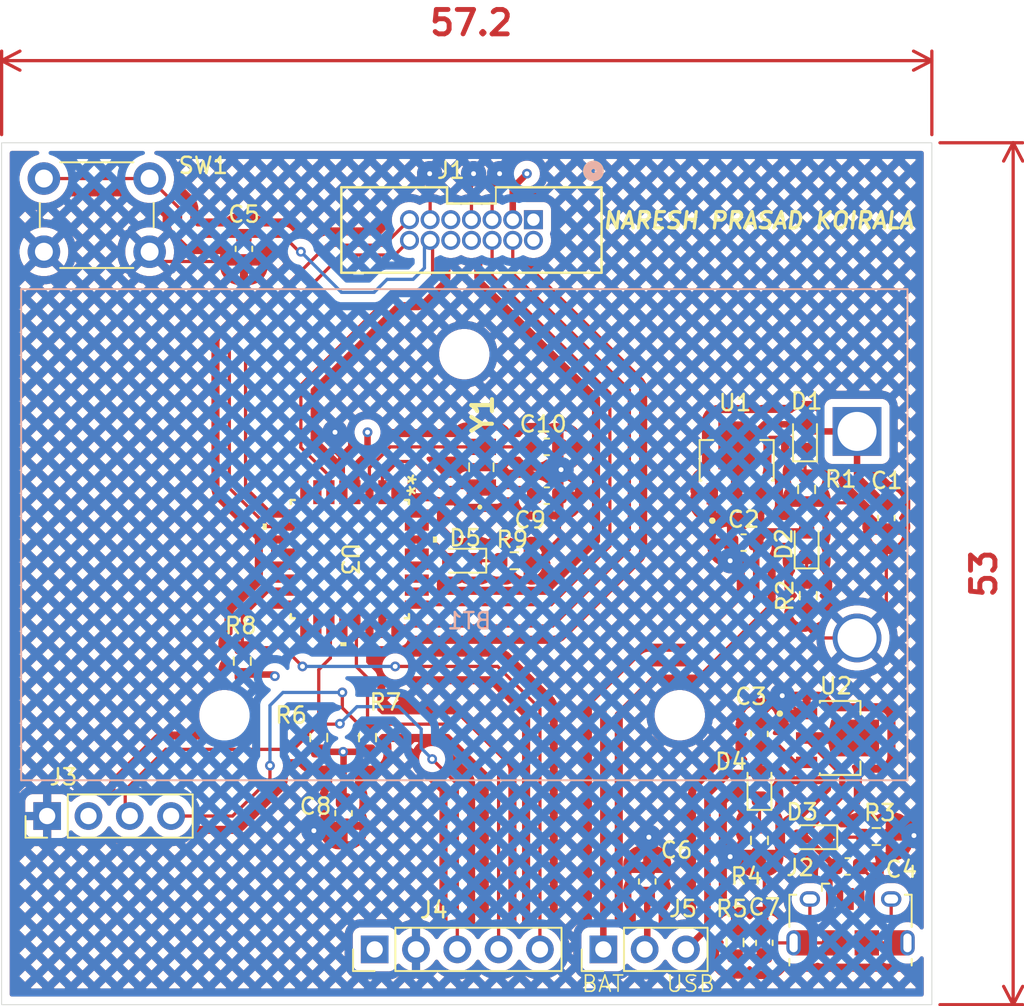
<source format=kicad_pcb>
(kicad_pcb (version 20241229) (generator "pcbnew") (generator_version "9.0")
  (layers (0 "F.Cu" signal) (4 "In1.Cu" signal) (6 "In2.Cu" signal) (2 "B.Cu" signal) (13 "F.Paste" user) (15 "B.Paste" user) (5 "F.SilkS" user "F.Silkscreen") (7 "B.SilkS" user "B.Silkscreen") (1 "F.Mask" user) (3 "B.Mask" user) (25 "Edge.Cuts" user))
  (net 0 "")
  (net 1 "GND")
  (net 2 "/T_RST")
  (net 3 "/RCC_OSC32_OUT")
  (net 4 "/RCC_OSC32_IN")
  (net 5 "+3.3V")
  (net 6 "/LED")
  (net 7 "Net-(D3-K)")
  (net 8 "/SDA")
  (net 9 "/SCL")
  (net 10 "/INT")
  (net 11 "/T_VCP_RX")
  (net 12 "/T_JTMS")
  (net 13 "/T_VCP_TX")
  (net 14 "/T_JTCK")
  (net 15 "+9V")
  (net 16 "+5V")
  (net 17 "/Usb")
  (net 18 "/Battery")
  (net 19 "Net-(D4-K)")
  (net 20 "Net-(D5-K)")
  (net 21 "Net-(J2-Shield)")
  (net 22 "Net-(D1-K)")
  (net 23 "Net-(D2-K)")
  (footprint "MasterLocal:IC_HT7333" (layer "F.Cu") (at 143 69.7 -90)
    (property "Reference" "U2" (at -3.2 0.1 180) (layer "F.SilkS"))
    (property "Value" "HT7333")
    (pad "1" smd rect (at -1.5 1.9 270) (size 0.7 1.3) (layers "F.Cu" "F.Mask" "F.Paste") (net 1 "GND"))
    (pad "2" smd custom (at 0 1.9 270) (size 0.1 0.1) (layers "F.Cu") (net 16 "+5V") (options (clearance outline) (anchor rect)) (primitives (gr_poly (pts (xy -1.125 -4.45) (xy 1.125 -4.45) (xy 1.125 -1.525) (xy 0.35 -1.34) (xy 0.35 0.65) (xy -0.35 0.65) (xy -0.35 -1.34) (xy -1.125 -1.525)) (width 0.01) (fill yes))))
    (pad "3" smd rect (at 1.5 1.9 270) (size 0.7 1.3) (layers "F.Cu" "F.Mask" "F.Paste") (net 17 "/Usb"))
  )
  (footprint "MasterLocal:FC135327680KAE3" (layer "F.Cu") (at 121.1 53.05 90)
    (property "Reference" "Y1" (at 3.275 0.075 90) (layer "F.SilkS") (effects (font (size 1.27 1.27) (thickness 0.254))))
    (property "Value" "Q13FC13500004" (hide yes))
    (pad "1" smd rect (at -1.25 0 90) (size 1 1.8) (layers "F.Cu" "F.Mask" "F.Paste") (net 4 "/RCC_OSC32_IN"))
    (pad "2" smd rect (at 1.25 0 90) (size 1 1.8) (layers "F.Cu" "F.Mask" "F.Paste") (net 3 "/RCC_OSC32_OUT"))
  )
  (footprint "MasterLocal:R_0603_1608Metric" (layer "F.Cu") (at 106.4 64.975 -90)
    (property "Reference" "R8" (at -2.175 0.1 180) (layer "F.SilkS"))
    (property "Value" "4.7k")
    (pad "1" smd roundrect (at -0.825 0 270) (size 0.8 0.95) (layers "F.Cu" "F.Mask" "F.Paste") (net 10 "/INT"))
    (pad "2" smd roundrect (at 0.825 0 270) (size 0.8 0.95) (layers "F.Cu" "F.Mask" "F.Paste") (net 5 "+3.3V"))
  )
  (footprint "Button_Switch_THT:SW_PUSH_6mm_H4.3mm" (layer "F.Cu") (at 94.2 35.3)
    (property "Reference" "SW1" (at 9.8 -0.8 0) (layer "F.SilkS"))
    (property "Value" "SW_Push")
    (pad "1" thru_hole circle (at 0 0 90) (size 2 2) (drill 1.1) (layers "*.Cu" "*.Mask") (net 2 "/T_RST"))
    (pad "1" thru_hole circle (at 6.5 0 90) (size 2 2) (drill 1.1) (layers "*.Cu" "*.Mask") (net 2 "/T_RST"))
    (pad "2" thru_hole circle (at 0 4.5 90) (size 2 2) (drill 1.1) (layers "*.Cu" "*.Mask") (net 1 "GND"))
    (pad "2" thru_hole circle (at 6.5 4.5 90) (size 2 2) (drill 1.1) (layers "*.Cu" "*.Mask") (net 1 "GND"))
  )
  (footprint "MasterLocal:C_0603_1608Metric" (layer "F.Cu") (at 106.5 39.625 -90)
    (property "Reference" "C5" (at -2.125 0 180) (layer "F.SilkS"))
    (property "Value" "10uf")
    (pad "1" smd roundrect (at -0.775 0 270) (size 0.9 0.95) (layers "F.Cu" "F.Mask" "F.Paste") (net 2 "/T_RST"))
    (pad "2" smd roundrect (at 0.775 0 270) (size 0.9 0.95) (layers "F.Cu" "F.Mask" "F.Paste") (net 1 "GND"))
  )
  (footprint "MasterLocal:LED_0603_1608Metric" (layer "F.Cu") (at 141 51.2 90)
    (property "Reference" "D1" (at 2.2125 0.1 180) (layer "F.SilkS"))
    (property "Value" "Blue")
    (pad "1" smd roundrect (at -0.7875 0 90) (size 0.875 0.95) (layers "F.Cu" "F.Mask" "F.Paste") (net 22 "Net-(D1-K)"))
    (pad "2" smd roundrect (at 0.7875 0 90) (size 0.875 0.95) (layers "F.Cu" "F.Mask" "F.Paste") (net 15 "+9V"))
  )
  (footprint "MasterLocal:C_0603_1608Metric" (layer "F.Cu") (at 131.3 78.525 -90)
    (property "Reference" "C6" (at -1.925 -1.8 180) (layer "F.SilkS"))
    (property "Value" "10uf")
    (pad "1" smd roundrect (at -0.775 0 270) (size 0.9 0.95) (layers "F.Cu" "F.Mask" "F.Paste") (net 1 "GND"))
    (pad "2" smd roundrect (at 0.775 0 270) (size 0.9 0.95) (layers "F.Cu" "F.Mask" "F.Paste") (net 5 "+3.3V"))
  )
  (footprint "Connector_PinHeader_2.54mm:PinHeader_1x05_P2.54mm_Vertical" (layer "F.Cu") (at 114.54 82.7 90)
    (property "Reference" "J4" (at 2.425 3.635 180) (layer "F.SilkS"))
    (property "Value" "SENSOR")
    (pad "1" thru_hole rect (at 0 0 90) (size 1.7 1.7) (drill 1) (layers "*.Cu" "*.Mask") (net 5 "+3.3V"))
    (pad "2" thru_hole oval (at 0 2.54 90) (size 1.7 1.7) (drill 1) (layers "*.Cu" "*.Mask") (net 1 "GND"))
    (pad "3" thru_hole oval (at 0 5.08 90) (size 1.7 1.7) (drill 1) (layers "*.Cu" "*.Mask") (net 9 "/SCL"))
    (pad "4" thru_hole oval (at 0 7.62 90) (size 1.7 1.7) (drill 1) (layers "*.Cu" "*.Mask") (net 8 "/SDA"))
    (pad "5" thru_hole oval (at 0 10.16 90) (size 1.7 1.7) (drill 1) (layers "*.Cu" "*.Mask") (net 10 "/INT"))
  )
  (footprint "MasterLocal:R_0603_1608Metric" (layer "F.Cu") (at 141.1 54.4125 90)
    (property "Reference" "R1" (at 0.625 2.1 180) (layer "F.SilkS"))
    (property "Value" "560")
    (pad "1" smd roundrect (at -0.825 0 90) (size 0.8 0.95) (layers "F.Cu" "F.Mask" "F.Paste") (net 1 "GND"))
    (pad "2" smd roundrect (at 0.825 0 90) (size 0.8 0.95) (layers "F.Cu" "F.Mask" "F.Paste") (net 22 "Net-(D1-K)"))
  )
  (footprint "MasterLocal:C_0603_1608Metric" (layer "F.Cu") (at 138.2 69.45 90)
    (property "Reference" "C3" (at 2.3 -0.525 180) (layer "F.SilkS"))
    (property "Value" "1uF")
    (pad "1" smd roundrect (at -0.775 0 90) (size 0.9 0.95) (layers "F.Cu" "F.Mask" "F.Paste") (net 17 "/Usb"))
    (pad "2" smd roundrect (at 0.775 0 90) (size 0.9 0.95) (layers "F.Cu" "F.Mask" "F.Paste") (net 1 "GND"))
  )
  (footprint "Connector_PinHeader_2.54mm:PinHeader_1x04_P2.54mm_Vertical" (layer "F.Cu") (at 94.4 74.5 90)
    (property "Reference" "J3" (at 2.4 1 180) (layer "F.SilkS"))
    (property "Value" "OLED")
    (pad "1" thru_hole rect (at 0 0 90) (size 1.7 1.7) (drill 1) (layers "*.Cu" "*.Mask") (net 1 "GND"))
    (pad "2" thru_hole oval (at 0 2.54 90) (size 1.7 1.7) (drill 1) (layers "*.Cu" "*.Mask") (net 5 "+3.3V"))
    (pad "3" thru_hole oval (at 0 5.08 90) (size 1.7 1.7) (drill 1) (layers "*.Cu" "*.Mask") (net 9 "/SCL"))
    (pad "4" thru_hole oval (at 0 7.62 90) (size 1.7 1.7) (drill 1) (layers "*.Cu" "*.Mask") (net 8 "/SDA"))
  )
  (footprint "MasterLocal:R_0603_1608Metric" (layer "F.Cu") (at 123.125 58.8 180)
    (property "Reference" "R9" (at 0.125 1.3 0) (layer "F.SilkS"))
    (property "Value" "180")
    (pad "1" smd roundrect (at -0.825 0 180) (size 0.8 0.95) (layers "F.Cu" "F.Mask" "F.Paste") (net 1 "GND"))
    (pad "2" smd roundrect (at 0.825 0 180) (size 0.8 0.95) (layers "F.Cu" "F.Mask" "F.Paste") (net 20 "Net-(D5-K)"))
  )
  (footprint "MasterLocal:R_0603_1608Metric" (layer "F.Cu") (at 111.1 69.675 -90)
    (property "Reference" "R6" (at -1.375 1.7 180) (layer "F.SilkS"))
    (property "Value" "4.7k")
    (pad "1" smd roundrect (at -0.825 0 270) (size 0.8 0.95) (layers "F.Cu" "F.Mask" "F.Paste") (net 9 "/SCL"))
    (pad "2" smd roundrect (at 0.825 0 270) (size 0.8 0.95) (layers "F.Cu" "F.Mask" "F.Paste") (net 5 "+3.3V"))
  )
  (footprint "MasterLocal:C_0603_1608Metric" (layer "F.Cu") (at 143.625 77.6)
    (property "Reference" "C4" (at 3.3 0.175 0) (layer "F.SilkS"))
    (property "Value" "1uF")
    (pad "1" smd roundrect (at -0.775 0) (size 0.9 0.95) (layers "F.Cu" "F.Mask" "F.Paste") (net 16 "+5V"))
    (pad "2" smd roundrect (at 0.775 0) (size 0.9 0.95) (layers "F.Cu" "F.Mask" "F.Paste") (net 1 "GND"))
  )
  (footprint "MasterLocal:LQFP-32" (layer "F.Cu") (at 113.0148 58.699999 -90)
    (property "Reference" "U3" (at 0 0 270) (layer "F.SilkS"))
    (property "Value" "STM32G031K8Tx")
    (fp_text user "*" (at -4.899999 -3.4852 270) (layer "F.SilkS"))
    (fp_text user "*" (at -4.199999 -4.0852 90) (layer "F.SilkS"))
    (pad "1" smd rect (at -4.1148 -2.799999) (size 0.508 1.4732) (layers "F.Cu" "F.Mask" "F.Paste"))
    (pad "2" smd rect (at -4.1148 -2.000001) (size 0.508 1.4732) (layers "F.Cu" "F.Mask" "F.Paste") (net 4 "/RCC_OSC32_IN"))
    (pad "3" smd rect (at -4.1148 -1.2) (size 0.508 1.4732) (layers "F.Cu" "F.Mask" "F.Paste") (net 3 "/RCC_OSC32_OUT"))
    (pad "4" smd rect (at -4.1148 -0.399999) (size 0.508 1.4732) (layers "F.Cu" "F.Mask" "F.Paste") (net 5 "+3.3V"))
    (pad "5" smd rect (at -4.1148 0.399999) (size 0.508 1.4732) (layers "F.Cu" "F.Mask" "F.Paste") (net 1 "GND"))
    (pad "6" smd rect (at -4.1148 1.2) (size 0.508 1.4732) (layers "F.Cu" "F.Mask" "F.Paste") (net 2 "/T_RST"))
    (pad "7" smd rect (at -4.1148 1.999999) (size 0.508 1.4732) (layers "F.Cu" "F.Mask" "F.Paste"))
    (pad "8" smd rect (at -4.1148 2.799999) (size 0.508 1.4732) (layers "F.Cu" "F.Mask" "F.Paste"))
    (pad "9" smd rect (at -2.799999 4.1148 270) (size 0.508 1.4732) (layers "F.Cu" "F.Mask" "F.Paste") (net 13 "/T_VCP_TX"))
    (pad "10" smd rect (at -2.000001 4.1148 270) (size 0.508 1.4732) (layers "F.Cu" "F.Mask" "F.Paste") (net 11 "/T_VCP_RX"))
    (pad "11" smd rect (at -1.2 4.1148 270) (size 0.508 1.4732) (layers "F.Cu" "F.Mask" "F.Paste"))
    (pad "12" smd rect (at -0.399999 4.1148 270) (size 0.508 1.4732) (layers "F.Cu" "F.Mask" "F.Paste"))
    (pad "13" smd rect (at 0.399999 4.1148 270) (size 0.508 1.4732) (layers "F.Cu" "F.Mask" "F.Paste"))
    (pad "14" smd rect (at 1.2 4.1148 270) (size 0.508 1.4732) (layers "F.Cu" "F.Mask" "F.Paste"))
    (pad "15" smd rect (at 1.999999 4.1148 270) (size 0.508 1.4732) (layers "F.Cu" "F.Mask" "F.Paste") (net 10 "/INT"))
    (pad "16" smd rect (at 2.799999 4.1148 270) (size 0.508 1.4732) (layers "F.Cu" "F.Mask" "F.Paste"))
    (pad "17" smd rect (at 4.1148 2.799999) (size 0.508 1.4732) (layers "F.Cu" "F.Mask" "F.Paste"))
    (pad "18" smd rect (at 4.1148 2.000001) (size 0.508 1.4732) (layers "F.Cu" "F.Mask" "F.Paste"))
    (pad "19" smd rect (at 4.1148 1.2) (size 0.508 1.4732) (layers "F.Cu" "F.Mask" "F.Paste") (net 9 "/SCL"))
    (pad "20" smd rect (at 4.1148 0.399999) (size 0.508 1.4732) (layers "F.Cu" "F.Mask" "F.Paste"))
    (pad "21" smd rect (at 4.1148 -0.399999) (size 0.508 1.4732) (layers "F.Cu" "F.Mask" "F.Paste") (net 8 "/SDA"))
    (pad "22" smd rect (at 4.1148 -1.2) (size 0.508 1.4732) (layers "F.Cu" "F.Mask" "F.Paste"))
    (pad "23" smd rect (at 4.1148 -1.999999) (size 0.508 1.4732) (layers "F.Cu" "F.Mask" "F.Paste"))
    (pad "24" smd rect (at 4.1148 -2.799999) (size 0.508 1.4732) (layers "F.Cu" "F.Mask" "F.Paste") (net 12 "/T_JTMS"))
    (pad "25" smd rect (at 2.799999 -4.1148 270) (size 0.508 1.4732) (layers "F.Cu" "F.Mask" "F.Paste") (net 14 "/T_JTCK"))
    (pad "26" smd rect (at 2.000001 -4.1148 270) (size 0.508 1.4732) (layers "F.Cu" "F.Mask" "F.Paste"))
    (pad "27" smd rect (at 1.2 -4.1148 270) (size 0.508 1.4732) (layers "F.Cu" "F.Mask" "F.Paste"))
    (pad "28" smd rect (at 0.399999 -4.1148 270) (size 0.508 1.4732) (layers "F.Cu" "F.Mask" "F.Paste"))
    (pad "29" smd rect (at -0.399999 -4.1148 270) (size 0.508 1.4732) (layers "F.Cu" "F.Mask" "F.Paste"))
    (pad "30" smd rect (at -1.2 -4.1148 270) (size 0.508 1.4732) (layers "F.Cu" "F.Mask" "F.Paste") (net 6 "/LED"))
    (pad "31" smd rect (at -1.999999 -4.1148 270) (size 0.508 1.4732) (layers "F.Cu" "F.Mask" "F.Paste"))
    (pad "32" smd rect (at -2.799999 -4.1148 270) (size 0.508 1.4732) (layers "F.Cu" "F.Mask" "F.Paste"))
  )
  (footprint "MasterLocal:R_0603_1608Metric" (layer "F.Cu") (at 138.2 76 90)
    (property "Reference" "R4" (at -2.2 -0.8 180) (layer "F.SilkS"))
    (property "Value" "560")
    (pad "1" smd roundrect (at -0.825 0 90) (size 0.8 0.95) (layers "F.Cu" "F.Mask" "F.Paste") (net 1 "GND"))
    (pad "2" smd roundrect (at 0.825 0 90) (size 0.8 0.95) (layers "F.Cu" "F.Mask" "F.Paste") (net 19 "Net-(D4-K)"))
  )
  (footprint "MasterLocal:R_0603_1608Metric" (layer "F.Cu") (at 145.3875 75.76 180)
    (property "Reference" "R3" (at -0.2125 1.46 0) (layer "F.SilkS"))
    (property "Value" "560")
    (pad "1" smd roundrect (at -0.825 0 180) (size 0.8 0.95) (layers "F.Cu" "F.Mask" "F.Paste") (net 1 "GND"))
    (pad "2" smd roundrect (at 0.825 0 180) (size 0.8 0.95) (layers "F.Cu" "F.Mask" "F.Paste") (net 7 "Net-(D3-K)"))
  )
  (footprint "MasterLocal:R_0603_1608Metric" (layer "F.Cu") (at 114.1 69.675 -90)
    (property "Reference" "R7" (at -2.175 -1.1 180) (layer "F.SilkS"))
    (property "Value" "4.7k")
    (pad "1" smd roundrect (at -0.825 0 270) (size 0.8 0.95) (layers "F.Cu" "F.Mask" "F.Paste") (net 8 "/SDA"))
    (pad "2" smd roundrect (at 0.825 0 270) (size 0.8 0.95) (layers "F.Cu" "F.Mask" "F.Paste") (net 5 "+3.3V"))
  )
  (footprint "MasterLocal:LED_0603_1608Metric" (layer "F.Cu") (at 141.5 75.8 180)
    (property "Reference" "D3" (at 0.675 1.55 0) (layer "F.SilkS"))
    (property "Value" "green")
    (pad "1" smd roundrect (at -0.7875 0 180) (size 0.875 0.95) (layers "F.Cu" "F.Mask" "F.Paste") (net 7 "Net-(D3-K)"))
    (pad "2" smd roundrect (at 0.7875 0 180) (size 0.875 0.95) (layers "F.Cu" "F.Mask" "F.Paste") (net 16 "+5V"))
  )
  (footprint "MasterLocal:C_0603_1608Metric" (layer "F.Cu") (at 125.125 54.8 180)
    (property "Reference" "C9" (at 1.025 -1.5 0) (layer "F.SilkS"))
    (property "Value" "10uf")
    (pad "1" smd roundrect (at -0.775 0 180) (size 0.9 0.95) (layers "F.Cu" "F.Mask" "F.Paste") (net 1 "GND"))
    (pad "2" smd roundrect (at 0.775 0 180) (size 0.9 0.95) (layers "F.Cu" "F.Mask" "F.Paste") (net 4 "/RCC_OSC32_IN"))
  )
  (footprint "MasterLocal:LED_0603_1608Metric" (layer "F.Cu") (at 119.9125 58.8 180)
    (property "Reference" "D5" (at -0.1875 1.4 0) (layer "F.SilkS"))
    (property "Value" "Red")
    (pad "1" smd roundrect (at -0.7875 0 180) (size 0.875 0.95) (layers "F.Cu" "F.Mask" "F.Paste") (net 20 "Net-(D5-K)"))
    (pad "2" smd roundrect (at 0.7875 0 180) (size 0.875 0.95) (layers "F.Cu" "F.Mask" "F.Paste") (net 6 "/LED"))
  )
  (footprint "MasterLocal:USB_Micro-B_Amphenol_10118194_Horizontal" (layer "F.Cu") (at 143.8 81)
    (property "Reference" "J2" (at -3.1 -3.325 0) (layer "F.SilkS"))
    (property "Value" "USB_B_Micro" (hide yes))
    (pad "1" smd rect (at -1.3 -1.4) (size 0.4 1.35) (layers "F.Cu" "F.Mask" "F.Paste") (net 16 "+5V"))
    (pad "2" smd rect (at -0.65 -1.4) (size 0.4 1.35) (layers "F.Cu" "F.Mask" "F.Paste"))
    (pad "3" smd rect (at 0 -1.4) (size 0.4 1.35) (layers "F.Cu" "F.Mask" "F.Paste"))
    (pad "4" smd rect (at 0.65 -1.4) (size 0.4 1.35) (layers "F.Cu" "F.Mask" "F.Paste"))
    (pad "5" smd rect (at 1.3 -1.4) (size 0.4 1.35) (layers "F.Cu" "F.Mask" "F.Paste") (net 1 "GND"))
    (pad "6" thru_hole oval (at -3.5 1.3) (size 0.89 1.55) (drill oval 0.5 1.15) (layers "*.Cu" "*.Mask") (net 21 "Net-(J2-Shield)"))
    (pad "6" smd rect (at -2.9 1.3) (size 1.2 1.55) (layers "F.Cu" "F.Mask" "F.Paste") (net 21 "Net-(J2-Shield)"))
    (pad "6" thru_hole oval (at -2.5 -1.4) (size 1.25 0.95) (drill oval 0.85 0.55) (layers "*.Cu" "*.Mask") (net 21 "Net-(J2-Shield)"))
    (pad "6" smd rect (at -1 1.3) (size 1.5 1.55) (layers "F.Cu" "F.Mask" "F.Paste") (net 21 "Net-(J2-Shield)"))
    (pad "6" smd rect (at 1 1.3) (size 1.5 1.55) (layers "F.Cu" "F.Mask" "F.Paste") (net 21 "Net-(J2-Shield)"))
    (pad "6" thru_hole oval (at 2.5 -1.4) (size 1.25 0.95) (drill oval 0.85 0.55) (layers "*.Cu" "*.Mask") (net 21 "Net-(J2-Shield)"))
    (pad "6" smd rect (at 2.9 1.3) (size 1.2 1.55) (layers "F.Cu" "F.Mask" "F.Paste") (net 21 "Net-(J2-Shield)"))
    (pad "6" thru_hole oval (at 3.5 1.3) (size 0.89 1.55) (drill oval 0.5 1.15) (layers "*.Cu" "*.Mask") (net 21 "Net-(J2-Shield)"))
  )
  (footprint "MasterLocal:R_0603_1608Metric" (layer "F.Cu") (at 136.7 82.275 90)
    (property "Reference" "R5" (at 2.075 -0.2 180) (layer "F.SilkS"))
    (property "Value" "1M")
    (pad "1" smd roundrect (at -0.825 0 90) (size 0.8 0.95) (layers "F.Cu" "F.Mask" "F.Paste") (net 21 "Net-(J2-Shield)"))
    (pad "2" smd roundrect (at 0.825 0 90) (size 0.8 0.95) (layers "F.Cu" "F.Mask" "F.Paste") (net 1 "GND"))
  )
  (footprint "MasterLocal:LED_0603_1608Metric" (layer "F.Cu") (at 138.2 72.6375 90)
    (property "Reference" "D4" (at 1.4875 -1.75 180) (layer "F.SilkS"))
    (property "Value" "Green")
    (pad "1" smd roundrect (at -0.7875 0 90) (size 0.875 0.95) (layers "F.Cu" "F.Mask" "F.Paste") (net 19 "Net-(D4-K)"))
    (pad "2" smd roundrect (at 0.7875 0 90) (size 0.875 0.95) (layers "F.Cu" "F.Mask" "F.Paste") (net 17 "/Usb"))
  )
  (footprint "MasterLocal:IC_HT7333" (layer "F.Cu") (at 136.8 52.7875)
    (property "Reference" "U1" (at -0.1 -3.7 0) (layer "F.SilkS"))
    (property "Value" "HT7333" (hide yes))
    (pad "1" smd rect (at -1.5 1.9) (size 0.7 1.3) (layers "F.Cu" "F.Mask" "F.Paste") (net 1 "GND"))
    (pad "2" smd custom (at 0 1.9) (size 0.1 0.1) (layers "F.Cu") (net 15 "+9V") (options (clearance outline) (anchor rect)) (primitives (gr_poly (pts (xy -1.125 -4.45) (xy 1.125 -4.45) (xy 1.125 -1.525) (xy 0.35 -1.34) (xy 0.35 0.65) (xy -0.35 0.65) (xy -0.35 -1.34) (xy -1.125 -1.525)) (width 0.01) (fill yes))))
    (pad "3" smd rect (at 1.5 1.9) (size 0.7 1.3) (layers "F.Cu" "F.Mask" "F.Paste") (net 18 "/Battery"))
  )
  (footprint "MasterLocal:R_0603_1608Metric" (layer "F.Cu") (at 141.2 60.95 90)
    (property "Reference" "R2" (at 0 -1.43 90) (layer "F.SilkS"))
    (property "Value" "560")
    (pad "1" smd roundrect (at -0.825 0 90) (size 0.8 0.95) (layers "F.Cu" "F.Mask" "F.Paste") (net 1 "GND"))
    (pad "2" smd roundrect (at 0.825 0 90) (size 0.8 0.95) (layers "F.Cu" "F.Mask" "F.Paste") (net 23 "Net-(D2-K)"))
  )
  (footprint "MasterLocal:3220-14-0100-00" (layer "F.Cu") (at 124.3 37.83 180)
    (property "Reference" "J1" (at 5.075 3.03 0) (layer "F.SilkS"))
    (property "Value" "Conn_ST_STDC14")
    (pad "1" thru_hole rect (at 0 0 180) (size 1.1684 1.1684) (drill 0.762) (layers "*.Cu" "*.Mask"))
    (pad "2" thru_hole circle (at 0 -1.27 180) (size 1.1684 1.1684) (drill 0.762) (layers "*.Cu" "*.Mask"))
    (pad "3" thru_hole circle (at 1.27 0 180) (size 1.1684 1.1684) (drill 0.762) (layers "*.Cu" "*.Mask") (net 5 "+3.3V"))
    (pad "4" thru_hole circle (at 1.27 -1.27 180) (size 1.1684 1.1684) (drill 0.762) (layers "*.Cu" "*.Mask") (net 12 "/T_JTMS"))
    (pad "5" thru_hole circle (at 2.54 0 180) (size 1.1684 1.1684) (drill 0.762) (layers "*.Cu" "*.Mask") (net 1 "GND"))
    (pad "6" thru_hole circle (at 2.54 -1.27 180) (size 1.1684 1.1684) (drill 0.762) (layers "*.Cu" "*.Mask") (net 14 "/T_JTCK"))
    (pad "7" thru_hole circle (at 3.81 0 180) (size 1.1684 1.1684) (drill 0.762) (layers "*.Cu" "*.Mask") (net 1 "GND"))
    (pad "8" thru_hole circle (at 3.81 -1.27 180) (size 1.1684 1.1684) (drill 0.762) (layers "*.Cu" "*.Mask"))
    (pad "9" thru_hole circle (at 5.08 0 180) (size 1.1684 1.1684) (drill 0.762) (layers "*.Cu" "*.Mask"))
    (pad "10" thru_hole circle (at 5.08 -1.27 180) (size 1.1684 1.1684) (drill 0.762) (layers "*.Cu" "*.Mask"))
    (pad "11" thru_hole circle (at 6.35 0 180) (size 1.1684 1.1684) (drill 0.762) (layers "*.Cu" "*.Mask") (net 1 "GND"))
    (pad "12" thru_hole circle (at 6.35 -1.27 180) (size 1.1684 1.1684) (drill 0.762) (layers "*.Cu" "*.Mask") (net 2 "/T_RST"))
    (pad "13" thru_hole circle (at 7.62 0 180) (size 1.1684 1.1684) (drill 0.762) (layers "*.Cu" "*.Mask") (net 11 "/T_VCP_RX"))
    (pad "14" thru_hole circle (at 7.62 -1.27 180) (size 1.1684 1.1684) (drill 0.762) (layers "*.Cu" "*.Mask") (net 13 "/T_VCP_TX"))
  )
  (footprint "MasterLocal:C_0603_1608Metric" (layer "F.Cu") (at 137.225 57.6875)
    (property "Reference" "C2" (at 0 -1.43 0) (layer "F.SilkS"))
    (property "Value" "10uf")
    (pad "1" smd roundrect (at -0.775 0) (size 0.9 0.95) (layers "F.Cu" "F.Mask" "F.Paste") (net 1 "GND"))
    (pad "2" smd roundrect (at 0.775 0) (size 0.9 0.95) (layers "F.Cu" "F.Mask" "F.Paste") (net 18 "/Battery"))
  )
  (footprint "MasterLocal:C_0603_1608Metric" (layer "F.Cu") (at 112.625 74.325 90)
    (property "Reference" "C8" (at 0.425 -1.725 180) (layer "F.SilkS"))
    (property "Value" "10uf")
    (pad "1" smd roundrect (at -0.775 0 90) (size 0.9 0.95) (layers "F.Cu" "F.Mask" "F.Paste") (net 1 "GND"))
    (pad "2" smd roundrect (at 0.775 0 90) (size 0.9 0.95) (layers "F.Cu" "F.Mask" "F.Paste") (net 5 "+3.3V"))
  )
  (footprint "Connector_PinHeader_2.54mm:PinHeader_1x03_P2.54mm_Vertical" (layer "F.Cu") (at 128.6 82.7 90)
    (property "Reference" "J5" (at 2.5 4.9 180) (layer "F.SilkS"))
    (property "Value" "Volt Usage" (hide yes))
    (pad "1" thru_hole rect (at 0 0 90) (size 1.7 1.7) (drill 1) (layers "*.Cu" "*.Mask") (net 18 "/Battery"))
    (pad "2" thru_hole oval (at 0 2.54 90) (size 1.7 1.7) (drill 1) (layers "*.Cu" "*.Mask") (net 5 "+3.3V"))
    (pad "3" thru_hole oval (at 0 5.08 90) (size 1.7 1.7) (drill 1) (layers "*.Cu" "*.Mask") (net 17 "/Usb"))
  )
  (footprint "MasterLocal:C_0603_1608Metric" (layer "F.Cu") (at 146 56.175 90)
    (property "Reference" "C1" (at 2.3 0.025 180) (layer "F.SilkS"))
    (property "Value" "10uf")
    (pad "1" smd roundrect (at -0.775 0 90) (size 0.9 0.95) (layers "F.Cu" "F.Mask" "F.Paste") (net 1 "GND"))
    (pad "2" smd roundrect (at 0.775 0 90) (size 0.9 0.95) (layers "F.Cu" "F.Mask" "F.Paste") (net 15 "+9V"))
  )
  (footprint "MasterLocal:C_0603_1608Metric" (layer "F.Cu") (at 125.125 51.8 180)
    (property "Reference" "C10" (at 0.225 1.4 0) (layer "F.SilkS"))
    (property "Value" "10uf")
    (pad "1" smd roundrect (at -0.775 0 180) (size 0.9 0.95) (layers "F.Cu" "F.Mask" "F.Paste") (net 1 "GND"))
    (pad "2" smd roundrect (at 0.775 0 180) (size 0.9 0.95) (layers "F.Cu" "F.Mask" "F.Paste") (net 3 "/RCC_OSC32_OUT"))
  )
  (footprint "MasterLocal:LED_0603_1608Metric" (layer "F.Cu") (at 141.1 57.7875 90)
    (property "Reference" "D2" (at 0.0125 -1.4 270) (layer "F.SilkS"))
    (property "Value" "Blue")
    (pad "1" smd roundrect (at -0.7875 0 90) (size 0.875 0.95) (layers "F.Cu" "F.Mask" "F.Paste") (net 23 "Net-(D2-K)"))
    (pad "2" smd roundrect (at 0.7875 0 90) (size 0.875 0.95) (layers "F.Cu" "F.Mask" "F.Paste") (net 18 "/Battery"))
  )
  (footprint "MasterLocal:C_0603_1608Metric" (layer "F.Cu") (at 138.5 82.3 90)
    (property "Reference" "C7" (at 2.2 0 180) (layer "F.SilkS"))
    (property "Value" "4.7nF 1KV")
    (pad "1" smd roundrect (at -0.775 0 90) (size 0.9 0.95) (layers "F.Cu" "F.Mask" "F.Paste") (net 21 "Net-(J2-Shield)"))
    (pad "2" smd roundrect (at 0.775 0 90) (size 0.9 0.95) (layers "F.Cu" "F.Mask" "F.Paste") (net 1 "GND"))
  )
  (footprint "Battery:BatteryHolder_Eagle_12BH611-GR" (layer "B.Cu") (at 144.2 50.85)
    (property "Reference" "BT1" (at -23.85 11.65 180) (layer "B.SilkS") (effects (justify mirror)))
    (property "Value" "Battery_Cell")
    (pad "" np_thru_hole circle (at -38.9 17.45) (size 2.6 2.6) (drill 2.6) (layers "*.Cu" "*.Mask"))
    (pad "" np_thru_hole circle (at -24.15 -4.75) (size 2.6 2.6) (drill 2.6) (layers "*.Cu" "*.Mask"))
    (pad "" np_thru_hole circle (at -10.9 17.45) (size 2.6 2.6) (drill 2.6) (layers "*.Cu" "*.Mask"))
    (pad "1" thru_hole rect (at 0 0) (size 3 3) (drill 2.4) (layers "*.Cu" "*.Mask") (net 15 "+9V"))
    (pad "2" thru_hole circle (at 0 12.7) (size 3 3) (drill 2.4) (layers "*.Cu" "*.Mask") (net 1 "GND"))
  )
  (gr_rect (start 91.6 33.1) (end 148.8 86.1) (stroke (width 0.05)) (fill no) (layer "Edge.Cuts"))
  (gr_text "USB" (at 132.4 85.4 0) (layer "F.SilkS") (effects (font (size 1 1) (thickness 0.1)) (justify left bottom)))
  (gr_text "NARESH PRASAD KOIRALA" (at 128.491 38.465 0) (layer "F.SilkS") (effects (font (size 1 1) (thickness 0.2) (bold yes) (italic yes)) (justify left bottom)))
  (gr_text "BAT" (at 127.2 85.4 0) (layer "F.SilkS") (effects (font (size 1 1) (thickness 0.1)) (justify left bottom)))
  (dimension (type orthogonal) (layer "F.Cu") (pts (xy 91.6 33.1) (xy 148.8 33.1)) (height -5.05) (orientation 0) (format (prefix "") (suffix "") (units 3) (units_format 0) (precision 4) (suppress_zeroes yes)) (style (thickness 0.2) (arrow_length 1.27) (text_position_mode 2) (arrow_direction outward) (extension_height 0.58642) (extension_offset 0.5) (keep_text_aligned yes)) (gr_text "57.2" (at 120.475 25.725 0) (layer "F.Cu") (effects (font (size 1.5 1.5) (thickness 0.3)))))
  (dimension (type orthogonal) (layer "F.Cu") (pts (xy 148.8 33.1) (xy 148.8 86.1)) (height 5) (orientation 1) (format (prefix "") (suffix "") (units 3) (units_format 0) (precision 4) (suppress_zeroes yes)) (style (thickness 0.2) (arrow_length 1.27) (text_position_mode 0) (arrow_direction outward) (extension_height 0.58642) (extension_offset 0.5) (keep_text_aligned yes)) (gr_text "53" (at 152 59.6 90) (layer "F.Cu") (effects (font (size 1.5 1.5) (thickness 0.3)))))
  (segment (start 138.2 68.5) (end 138.2 68.675) (width 0.2) (layer "F.Cu") (net 1))
  (segment (start 141.1 68.2) (end 140.7 68.2) (width 0.2) (layer "F.Cu") (net 1))
  (segment (start 146.2725 75.7) (end 146.2125 75.76) (width 0.2) (layer "F.Cu") (net 1))
  (segment (start 131.3 75.9) (end 131.4 75.8) (width 0.2) (layer "F.Cu") (net 1))
  (segment (start 125.9 57.4) (end 125.9 54.8) (width 0.2) (layer "F.Cu") (net 1))
  (segment (start 147.7 75.7) (end 146.2725 75.7) (width 0.2) (layer "F.Cu") (net 1))
  (segment (start 145.1 79.6) (end 145.1 78.3) (width 0.2) (layer "F.Cu") (net 1))
  (segment (start 138.025 77) (end 138.2 76.825) (width 0.2) (layer "F.Cu") (net 1))
  (segment (start 138.5 77.125) (end 138.2 76.825) (width 0.2) (layer "F.Cu") (net 1))
  (segment (start 141.2 63) (end 141.75 63.55) (width 0.2) (layer "F.Cu") (net 1))
  (segment (start 141.2 61.775) (end 141.2 63) (width 0.2) (layer "F.Cu") (net 1))
  (segment (start 136.4 77) (end 138.025 77) (width 0.2) (layer "F.Cu") (net 1))
  (segment (start 141.1 55.2375) (end 144.2875 55.2375) (width 0.2) (layer "F.Cu") (net 1))
  (segment (start 145.1 78.3) (end 144.4 77.6) (width 0.2) (layer "F.Cu") (net 1))
  (segment (start 120.62 35) (end 120.49 35.13) (width 0.2) (layer "F.Cu") (net 1))
  (segment (start 106.5 40.4) (end 101.3 40.4) (width 0.2) (layer "F.Cu") (net 1))
  (segment (start 131.3 77.75) (end 131.3 75.9) (width 0.2) (layer "F.Cu") (net 1))
  (segment (start 136.4 58.8) (end 136.45 58.75) (width 0.2) (layer "F.Cu") (net 1))
  (segment (start 117.92 35) (end 117.95 35.03) (width 0.2) (layer "F.Cu") (net 1))
  (segment (start 126 51.9) (end 125.9 51.8) (width 0.2) (layer "F.Cu") (net 1))
  (segment (start 135.3 56.5375) (end 136.45 57.6875) (width 0.2) (layer "F.Cu") (net 1))
  (segment (start 136.45 58.75) (end 136.45 57.6875) (width 0.2) (layer "F.Cu") (net 1))
  (segment (start 125.9 54.8) (end 125.9 53.3) (width 0.2) (layer "F.Cu") (net 1))
  (segment (start 112.1 50.9) (end 112.1 52.1) (width 0.2) (layer "F.Cu") (net 1))
  (segment (start 126 53.2) (end 126 51.9) (width 0.2) (layer "F.Cu") (net 1))
  (segment (start 139.6 67.1) (end 138.2 68.5) (width 0.2) (layer "F.Cu") (net 1))
  (segment (start 117.95 35.03) (end 117.95 37.83) (width 0.2) (layer "F.Cu") (net 1))
  (segment (start 144.4 77.6) (end 145.5 77.6) (width 0.2) (layer "F.Cu") (net 1))
  (segment (start 141.75 63.55) (end 144.2 63.55) (width 0.2) (layer "F.Cu") (net 1))
  (segment (start 110.8 75.4) (end 112.325 75.4) (width 0.2) (layer "F.Cu") (net 1))
  (segment (start 146 61.75) (end 144.2 63.55) (width 0.2) (layer "F.Cu") (net 1))
  (segment (start 140.7 68.2) (end 139.6 67.1) (width 0.2) (layer "F.Cu") (net 1))
  (segment (start 136.7 81.45) (end 138.425 81.45) (width 0.2) (layer "F.Cu") (net 1))
  (segment (start 121.76 35.46) (end 121.76 37.83) (width 0.2) (layer "F.Cu") (net 1))
  (segment (start 145.5 77.6) (end 146.2125 76.8875) (width 0.2) (layer "F.Cu") (net 1))
  (segment (start 125.9 53.3) (end 126 53.2) (width 0.2) (layer "F.Cu") (net 1))
  (segment (start 124.5 58.8) (end 125.9 57.4) (width 0.2) (layer "F.Cu") (net 1))
  (segment (start 120.49 35.13) (end 120.49 37.83) (width 0.2) (layer "F.Cu") (net 1))
  (segment (start 112.325 75.4) (end 112.625 75.1) (width 0.2) (layer "F.Cu") (net 1))
  (segment (start 101.3 40.4) (end 100.7 39.8) (width 0.2) (layer "F.Cu") (net 1))
  (segment (start 122.22 35) (end 121.76 35.46) (width 0.2) (layer "F.Cu") (net 1))
  (segment (start 138.425 81.45) (end 138.5 81.525) (width 0.2) (layer "F.Cu") (net 1))
  (segment (start 146 56.95) (end 146 61.75) (width 0.2) (layer "F.Cu") (net 1))
  (segment (start 112.614801 52.614801) (end 112.614801 54.585199) (width 0.2) (layer "F.Cu") (net 1))
  (segment (start 144.2875 55.2375) (end 146 56.95) (width 0.2) (layer "F.Cu") (net 1))
  (segment (start 123.95 58.8) (end 124.5 58.8) (width 0.2) (layer "F.Cu") (net 1))
  (segment (start 138.5 81.525) (end 138.5 77.125) (width 0.2) (layer "F.Cu") (net 1))
  (segment (start 135.3 54.6875) (end 135.3 56.5375) (width 0.2) (layer "F.Cu") (net 1))
  (segment (start 146.2125 76.8875) (end 146.2125 75.76) (width 0.2) (layer "F.Cu") (net 1))
  (segment (start 112.1 52.1) (end 112.614801 52.614801) (width 0.2) (layer "F.Cu") (net 1))
  (via (at 117.92 35) (size 0.6) (drill 0.3) (layers "F.Cu" "B.Cu") (net 1))
  (via (at 131.4 75.8) (size 0.6) (drill 0.3) (layers "F.Cu" "B.Cu") (net 1))
  (via (at 112.1 50.9) (size 0.6) (drill 0.3) (layers "F.Cu" "B.Cu") (net 1))
  (via (at 147.7 75.7) (size 0.6) (drill 0.3) (layers "F.Cu" "B.Cu") (net 1))
  (via (at 136.4 77) (size 0.6) (drill 0.3) (layers "F.Cu" "B.Cu") (net 1))
  (via (at 139.6 67.1) (size 0.6) (drill 0.3) (layers "F.Cu" "B.Cu") (net 1))
  (via (at 136.4 58.8) (size 0.6) (drill 0.3) (layers "F.Cu" "B.Cu") (net 1))
  (via (at 122.22 35) (size 0.6) (drill 0.3) (layers "F.Cu" "B.Cu") (net 1))
  (via (at 110.8 75.4) (size 0.6) (drill 0.3) (layers "F.Cu" "B.Cu") (net 1))
  (via (at 120.62 35) (size 0.6) (drill 0.3) (layers "F.Cu" "B.Cu") (net 1))
  (via (at 126 53.2) (size 0.6) (drill 0.3) (layers "F.Cu" "B.Cu") (net 1))
  (segment (start 102.6 38.1) (end 103.35 38.85) (width 0.2) (layer "F.Cu") (net 2))
  (segment (start 110 51.833799) (end 110 48) (width 0.2) (layer "F.Cu") (net 2))
  (segment (start 117.1 42.3) (end 118.1 41.3) (width 0.2) (layer "F.Cu") (net 2))
  (segment (start 115.7 42.3) (end 117.1 42.3) (width 0.2) (layer "F.Cu") (net 2))
  (segment (start 103.35 38.85) (end 106.5 38.85) (width 0.2) (layer "F.Cu") (net 2))
  (segment (start 111.8148 53.648599) (end 110 51.833799) (width 0.2) (layer "F.Cu") (net 2))
  (segment (start 100.7 35.3) (end 102.6 37.2) (width 0.2) (layer "F.Cu") (net 2))
  (segment (start 102.6 37.2) (end 102.6 38.1) (width 0.2) (layer "F.Cu") (net 2))
  (segment (start 109.9 39.8) (end 110 39.8) (width 0.2) (layer "F.Cu") (net 2))
  (segment (start 118.1 41.3) (end 118.1 39.25) (width 0.2) (layer "F.Cu") (net 2))
  (segment (start 106.5 38.85) (end 108.95 38.85) (width 0.2) (layer "F.Cu") (net 2))
  (segment (start 110 48) (end 115.7 42.3) (width 0.2) (layer "F.Cu") (net 2))
  (segment (start 111.8148 54.585199) (end 111.8148 53.648599) (width 0.2) (layer "F.Cu") (net 2))
  (segment (start 108.95 38.85) (end 109.9 39.8) (width 0.2) (layer "F.Cu") (net 2))
  (segment (start 94.2 35.3) (end 100.7 35.3) (width 0.2) (layer "F.Cu") (net 2))
  (segment (start 118.1 39.25) (end 117.95 39.1) (width 0.2) (layer "F.Cu") (net 2))
  (via (at 110 39.8) (size 0.6) (drill 0.3) (layers "F.Cu" "B.Cu") (net 2))
  (segment (start 116.9 41.5) (end 117.6 40.8) (width 0.2) (layer "B.Cu") (net 2))
  (segment (start 117.6 39.45) (end 117.95 39.1) (width 0.2) (layer "B.Cu") (net 2))
  (segment (start 110 39.8) (end 112.5 42.3) (width 0.2) (layer "B.Cu") (net 2))
  (segment (start 114.5 42.3) (end 115.3 41.5) (width 0.2) (layer "B.Cu") (net 2))
  (segment (start 112.5 42.3) (end 114.5 42.3) (width 0.2) (layer "B.Cu") (net 2))
  (segment (start 117.6 40.8) (end 117.6 39.45) (width 0.2) (layer "B.Cu") (net 2))
  (segment (start 115.3 41.5) (end 116.9 41.5) (width 0.2) (layer "B.Cu") (net 2))
  (segment (start 121.1 51.8) (end 124.35 51.8) (width 0.2) (layer "F.Cu") (net 3))
  (segment (start 114.2148 53.0852) (end 115.5 51.8) (width 0.2) (layer "F.Cu") (net 3))
  (segment (start 114.2148 54.585199) (end 114.2148 53.0852) (width 0.2) (layer "F.Cu") (net 3))
  (segment (start 115.5 51.8) (end 121.1 51.8) (width 0.2) (layer "F.Cu") (net 3))
  (segment (start 115.014801 53.648599) (end 115.9634 52.7) (width 0.2) (layer "F.Cu") (net 4))
  (segment (start 121.1 54.3) (end 123.85 54.3) (width 0.2) (layer "F.Cu") (net 4))
  (segment (start 118.6 54.3) (end 121.1 54.3) (width 0.2) (layer "F.Cu") (net 4))
  (segment (start 123.85 54.3) (end 124.35 54.8) (width 0.2) (layer "F.Cu") (net 4))
  (segment (start 115.014801 54.585199) (end 115.014801 53.648599) (width 0.2) (layer "F.Cu") (net 4))
  (segment (start 117 52.7) (end 118.6 54.3) (width 0.2) (layer "F.Cu") (net 4))
  (segment (start 115.9634 52.7) (end 117 52.7) (width 0.2) (layer "F.Cu") (net 4))
  (segment (start 112.625 73.55) (end 112.625 70.575) (width 0.4) (layer "F.Cu") (net 5))
  (segment (start 123.03 35.87) (end 123.03 37.83) (width 0.4) (layer "F.Cu") (net 5))
  (segment (start 114.05 70.55) (end 114.1 70.5) (width 0.2) (layer "F.Cu") (net 5))
  (segment (start 114.1 50.9) (end 114.1 52.2) (width 0.4) (layer "F.Cu") (net 5))
  (segment (start 112.6 70.55) (end 111.15 70.55) (width 0.4) (layer "F.Cu") (net 5))
  (segment (start 112.625 70.575) (end 112.6 70.55) (width 0.2) (layer "F.Cu") (net 5))
  (segment (start 131.3 82.54) (end 131.14 82.7) (width 0.4) (layer "F.Cu") (net 5))
  (segment (start 131.3 79.3) (end 131.3 82.54) (width 0.4) (layer "F.Cu") (net 5))
  (segment (start 114.1 52.2) (end 113.414799 52.885201) (width 0.4) (layer "F.Cu") (net 5))
  (segment (start 113.414799 52.885201) (end 113.414799 54.585199) (width 0.4) (layer "F.Cu") (net 5))
  (segment (start 106.4 65.8) (end 108.3 65.8) (width 0.4) (layer "F.Cu") (net 5))
  (segment (start 112.6 70.55) (end 114.05 70.55) (width 0.4) (layer "F.Cu") (net 5))
  (segment (start 123.9 35) (end 123.03 35.87) (width 0.4) (layer "F.Cu") (net 5))
  (segment (start 111.15 70.55) (end 111.1 70.5) (width 0.2) (layer "F.Cu") (net 5))
  (segment (start 108.3 65.8) (end 108.4 65.9) (width 0.4) (layer "F.Cu") (net 5))
  (via (at 123.9 35) (size 0.6) (drill 0.3) (layers "F.Cu" "B.Cu") (net 5))
  (via (at 108.4 65.9) (size 0.6) (drill 0.3) (layers "F.Cu" "B.Cu") (net 5))
  (via (at 114.1 50.9) (size 0.6) (drill 0.3) (layers "F.Cu" "B.Cu") (net 5))
  (via (at 112.6 70.55) (size 0.6) (drill 0.3) (layers "F.Cu" "B.Cu") (net 5))
  (segment (start 117.1296 57.499999) (end 118.0662 57.499999) (width 0.2) (layer "F.Cu") (net 6))
  (segment (start 118.0662 57.499999) (end 119.125 58.558799) (width 0.2) (layer "F.Cu") (net 6))
  (segment (start 119.125 58.558799) (end 119.125 58.8) (width 0.2) (layer "F.Cu") (net 6))
  (segment (start 142.2875 75.8) (end 144.5225 75.8) (width 0.2) (layer "F.Cu") (net 7))
  (segment (start 144.5225 75.8) (end 144.5625 75.76) (width 0.2) (layer "F.Cu") (net 7))
  (segment (start 114.1 66) (end 113.414799 65.314799) (width 0.2) (layer "F.Cu") (net 8))
  (segment (start 113.55 68.85) (end 114.1 68.85) (width 0.2) (layer "F.Cu") (net 8))
  (segment (start 114.1 68.85) (end 119.35 68.85) (width 0.2) (layer "F.Cu") (net 8))
  (segment (start 113.414799 65.314799) (end 113.414799 62.814799) (width 0.2) (layer "F.Cu") (net 8))
  (segment (start 112.55 67.85) (end 113.55 68.85) (width 0.2) (layer "F.Cu") (net 8))
  (segment (start 105.8 74.5) (end 102.02 74.5) (width 0.2) (layer "F.Cu") (net 8))
  (segment (start 119.35 68.85) (end 122.16 71.66) (width 0.2) (layer "F.Cu") (net 8))
  (segment (start 108.1 72.2) (end 105.8 74.5) (width 0.2) (layer "F.Cu") (net 8))
  (segment (start 108.1 71.4) (end 108.1 72.2) (width 0.2) (layer "F.Cu") (net 8))
  (segment (start 122.16 71.66) (end 122.16 82.7) (width 0.2) (layer "F.Cu") (net 8))
  (segment (start 112.55 66.9) (end 112.55 67.85) (width 0.2) (layer "F.Cu") (net 8))
  (segment (start 114.1 68.85) (end 114.1 66) (width 0.2) (layer "F.Cu") (net 8))
  (via (at 112.55 66.9) (size 0.6) (drill 0.3) (layers "F.Cu" "B.Cu") (net 8))
  (via (at 108.1 71.4) (size 0.6) (drill 0.3) (layers "F.Cu" "B.Cu") (net 8))
  (segment (start 112.55 66.9) (end 108.9 66.9) (width 0.2) (layer "B.Cu") (net 8))
  (segment (start 108.1 67.7) (end 108.1 71.4) (width 0.2) (layer "B.Cu") (net 8))
  (segment (start 108.9 66.9) (end 108.1 67.7) (width 0.2) (layer "B.Cu") (net 8))
  (segment (start 99.2 74.22) (end 99.48 74.5) (width 0.2) (layer "F.Cu") (net 9))
  (segment (start 119.62 72.545) (end 119.62 82.7) (width 0.2) (layer "F.Cu") (net 9))
  (segment (start 111.1 68.85) (end 112.375 68.85) (width 0.2) (layer "F.Cu") (net 9))
  (segment (start 111.1 65.5) (end 111.8148 64.7852) (width 0.2) (layer "F.Cu") (net 9))
  (segment (start 111.1 68.85) (end 109.55 70.4) (width 0.2) (layer "F.Cu") (net 9))
  (segment (start 111.1 68.85) (end 111.1 65.5) (width 0.2) (layer "F.Cu") (net 9))
  (segment (start 111.8148 64.7852) (end 111.8148 62.814799) (width 0.2) (layer "F.Cu") (net 9))
  (segment (start 101.7 70.4) (end 99.2 72.9) (width 0.2) (layer "F.Cu") (net 9))
  (segment (start 99.2 72.9) (end 99.2 74.22) (width 0.2) (layer "F.Cu") (net 9))
  (segment (start 109.55 70.4) (end 101.7 70.4) (width 0.2) (layer "F.Cu") (net 9))
  (segment (start 118.075 71) (end 119.62 72.545) (width 0.2) (layer "F.Cu") (net 9))
  (segment (start 112.375 68.85) (end 112.4 68.825) (width 0.2) (layer "F.Cu") (net 9))
  (via (at 112.4 68.825) (size 0.6) (drill 0.3) (layers "F.Cu" "B.Cu") (net 9))
  (via (at 118.075 71) (size 0.6) (drill 0.3) (layers "F.Cu" "B.Cu") (net 9))
  (segment (start 116.025 67.775) (end 113.45 67.775) (width 0.2) (layer "B.Cu") (net 9))
  (segment (start 118.075 71) (end 117.4 70.325) (width 0.2) (layer "B.Cu") (net 9))
  (segment (start 117.4 70.325) (end 117.4 69.15) (width 0.2) (layer "B.Cu") (net 9))
  (segment (start 117.4 69.15) (end 116.025 67.775) (width 0.2) (layer "B.Cu") (net 9))
  (segment (start 113.45 67.775) (end 112.4 68.825) (width 0.2) (layer "B.Cu") (net 9))
  (segment (start 115.8 65.3) (end 122.1 65.3) (width 0.2) (layer "F.Cu") (net 10))
  (segment (start 107.9634 60.699998) (end 106.4 62.263398) (width 0.2) (layer "F.Cu") (net 10))
  (segment (start 108.9 60.699998) (end 107.9634 60.699998) (width 0.2) (layer "F.Cu") (net 10))
  (segment (start 122.1 65.3) (end 124.7 67.9) (width 0.2) (layer "F.Cu") (net 10))
  (segment (start 124.7 67.9) (end 124.7 82.7) (width 0.2) (layer "F.Cu") (net 10))
  (segment (start 106.4 64.15) (end 108.95 64.15) (width 0.2) (layer "F.Cu") (net 10))
  (segment (start 106.4 62.263398) (end 106.4 64.15) (width 0.2) (layer "F.Cu") (net 10))
  (segment (start 108.95 64.15) (end 110.1 65.3) (width 0.2) (layer "F.Cu") (net 10))
  (via (at 115.8 65.3) (size 0.6) (drill 0.3) (layers "F.Cu" "B.Cu") (net 10))
  (via (at 110.1 65.3) (size 0.6) (drill 0.3) (layers "F.Cu" "B.Cu") (net 10))
  (segment (start 110.1 65.3) (end 115.8 65.3) (width 0.2) (layer "B.Cu") (net 10))
  (segment (start 105.6 54.336598) (end 105.6 45.4) (width 0.2) (layer "F.Cu") (net 11))
  (segment (start 105.6 45.4) (end 111.6 39.4) (width 0.2) (layer "F.Cu") (net 11))
  (segment (start 115.11 39.4) (end 116.68 37.83) (width 0.2) (layer "F.Cu") (net 11))
  (segment (start 108.9 56.699998) (end 107.9634 56.699998) (width 0.2) (layer "F.Cu") (net 11))
  (segment (start 111.6 39.4) (end 115.11 39.4) (width 0.2) (layer "F.Cu") (net 11))
  (segment (start 107.9634 56.699998) (end 105.6 54.336598) (width 0.2) (layer "F.Cu") (net 11))
  (segment (start 125.485201 62.814799) (end 130.2 58.1) (width 0.2) (layer "F.Cu") (net 12))
  (segment (start 130.2 58.1) (end 130.2 48.3) (width 0.2) (layer "F.Cu") (net 12))
  (segment (start 115.814799 62.814799) (end 125.485201 62.814799) (width 0.2) (layer "F.Cu") (net 12))
  (segment (start 123.03 41.13) (end 123.03 39.1) (width 0.2) (layer "F.Cu") (net 12))
  (segment (start 130.2 48.3) (end 123.03 41.13) (width 0.2) (layer "F.Cu") (net 12))
  (segment (start 108.2 55.9) (end 106.6 54.3) (width 0.2) (layer "F.Cu") (net 13))
  (segment (start 115.78 40) (end 116.68 39.1) (width 0.2) (layer "F.Cu") (net 13))
  (segment (start 106.6 54.3) (end 106.6 45.9) (width 0.2) (layer "F.Cu") (net 13))
  (segment (start 106.6 45.9) (end 112.5 40) (width 0.2) (layer "F.Cu") (net 13))
  (segment (start 108.9 55.9) (end 108.2 55.9) (width 0.2) (layer "F.Cu") (net 13))
  (segment (start 112.5 40) (end 115.78 40) (width 0.2) (layer "F.Cu") (net 13))
  (segment (start 125.400002 61.499998) (end 129 57.9) (width 0.2) (layer "F.Cu") (net 14))
  (segment (start 129 57.9) (end 129 48.5) (width 0.2) (layer "F.Cu") (net 14))
  (segment (start 121.76 41.26) (end 121.76 39.1) (width 0.2) (layer "F.Cu") (net 14))
  (segment (start 117.1296 61.499998) (end 125.400002 61.499998) (width 0.2) (layer "F.Cu") (net 14))
  (segment (start 129 48.5) (end 121.76 41.26) (width 0.2) (layer "F.Cu") (net 14))
  (segment (start 141.4375 50.85) (end 141 50.4125) (width 0.4) (layer "F.Cu") (net 15))
  (segment (start 144.2 50.85) (end 144.2 53.6) (width 0.4) (layer "F.Cu") (net 15))
  (segment (start 144.2 50.85) (end 141.4375 50.85) (width 0.4) (layer "F.Cu") (net 15))
  (segment (start 141 50.4125) (end 138.4875 50.4125) (width 0.4) (layer "F.Cu") (net 15))
  (segment (start 136.8 52.1) (end 136.8 54.6875) (width 0.4) (layer "F.Cu") (net 15))
  (segment (start 144.2 53.6) (end 146 55.4) (width 0.4) (layer "F.Cu") (net 15))
  (segment (start 138.4875 50.4125) (end 136.8 52.1) (width 0.4) (layer "F.Cu") (net 15))
  (segment (start 141.05 75.8) (end 142.85 77.6) (width 0.4) (layer "F.Cu") (net 16))
  (segment (start 140.7125 75.8) (end 141.05 75.8) (width 0.4) (layer "F.Cu") (net 16))
  (segment (start 142.5 79.6) (end 142.5 77.95) (width 0.4) (layer "F.Cu") (net 16))
  (segment (start 143.3 73.2125) (end 143.3 71.9) (width 0.4) (layer "F.Cu") (net 16))
  (segment (start 140.7125 75.8) (end 143.3 73.2125) (width 0.4) (layer "F.Cu") (net 16))
  (segment (start 142.5 77.95) (end 142.85 77.6) (width 0.4) (layer "F.Cu") (net 16))
  (segment (start 143.3 71.9) (end 141.1 69.7) (width 0.4) (layer "F.Cu") (net 16))
  (segment (start 139.325 70.225) (end 138.2 70.225) (width 0.4) (layer "F.Cu") (net 17))
  (segment (start 138.2 70.225) (end 138.2 71.85) (width 0.4) (layer "F.Cu") (net 17))
  (segment (start 141.1 71.2) (end 140.3 71.2) (width 0.4) (layer "F.Cu") (net 17))
  (segment (start 136.35 71.85) (end 135 73.2) (width 0.4) (layer "F.Cu") (net 17))
  (segment (start 138.2 71.85) (end 136.35 71.85) (width 0.4) (layer "F.Cu") (net 17))
  (segment (start 135 81.38) (end 133.68 82.7) (width 0.4) (layer "F.Cu") (net 17))
  (segment (start 140.3 71.2) (end 139.325 70.225) (width 0.4) (layer "F.Cu") (net 17))
  (segment (start 135 73.2) (end 135 81.38) (width 0.4) (layer "F.Cu") (net 17))
  (segment (start 128.6 67.9) (end 128.6 82.7) (width 0.4) (layer "F.Cu") (net 18))
  (segment (start 138.3 54.6875) (end 138.3 57.3875) (width 0.4) (layer "F.Cu") (net 18))
  (segment (start 138 61.265133) (end 134.165133 65.1) (width 0.4) (layer "F.Cu") (net 18))
  (segment (start 134.165133 65.1) (end 131.4 65.1) (width 0.4) (layer "F.Cu") (net 18))
  (segment (start 138.3 57.3875) (end 138 57.6875) (width 0.4) (layer "F.Cu") (net 18))
  (segment (start 138 57.6875) (end 138 61.265133) (width 0.4) (layer "F.Cu") (net 18))
  (segment (start 131.4 65.1) (end 128.6 67.9) (width 0.4) (layer "F.Cu") (net 18))
  (segment (start 138.6875 57) (end 138 57.6875) (width 0.4) (layer "F.Cu") (net 18))
  (segment (start 141.1 57) (end 138.6875 57) (width 0.4) (layer "F.Cu") (net 18))
  (segment (start 138.2 73.425) (end 138.2 75.175) (width 0.2) (layer "F.Cu") (net 19))
  (segment (start 120.7 58.8) (end 122.3 58.8) (width 0.2) (layer "F.Cu") (net 20))
  (segment (start 140.3 82.3) (end 139.275 82.3) (width 0.2) (layer "F.Cu") (net 21))
  (segment (start 142.8 82.3) (end 144.8 82.3) (width 0.2) (layer "F.Cu") (net 21))
  (segment (start 141.3 79.6) (end 141.3 81.9) (width 0.2) (layer "F.Cu") (net 21))
  (segment (start 146.3 79.6) (end 146.3 81.9) (width 0.2) (layer "F.Cu") (net 21))
  (segment (start 140.9 82.3) (end 142.8 82.3) (width 0.2) (layer "F.Cu") (net 21))
  (segment (start 141.3 81.9) (end 140.9 82.3) (width 0.2) (layer "F.Cu") (net 21))
  (segment (start 139.275 82.3) (end 138.5 83.075) (width 0.2) (layer "F.Cu") (net 21))
  (segment (start 146.3 81.9) (end 146.7 82.3) (width 0.2) (layer "F.Cu") (net 21))
  (segment (start 144.8 82.3) (end 146.7 82.3) (width 0.2) (layer "F.Cu") (net 21))
  (segment (start 138.5 83.075) (end 136.725 83.075) (width 0.2) (layer "F.Cu") (net 21))
  (segment (start 136.725 83.075) (end 136.7 83.1) (width 0.2) (layer "F.Cu") (net 21))
  (segment (start 141 53.4875) (end 141.1 53.5875) (width 0.2) (layer "F.Cu") (net 22))
  (segment (start 141 51.9875) (end 141 53.4875) (width 0.2) (layer "F.Cu") (net 22))
  (segment (start 141.1 58.575) (end 141.1 60.025) (width 0.2) (layer "F.Cu") (net 23))
  (segment (start 141.1 60.025) (end 141.2 60.125) (width 0.2) (layer "F.Cu") (net 23))
  (zone (net 1) (net_name "GND") (layers "F.Cu" "B.Cu") (connect_pads (clearance 0.5)) (min_thickness 0.25) (fill yes (mode hatch) (thermal_gap 0.5) (thermal_bridge_width 0.5) (hatch_thickness 0.5) (hatch_gap 0.5) (hatch_orientation 45) (hatch_border_algorithm hatch_thickness) (hatch_min_hole_area 0.3))
    (polygon (pts (xy 91.6 33.1) (xy 148.8 33.1) (xy 148.8 86.1) (xy 91.6 86.1)))
  )
)
</source>
